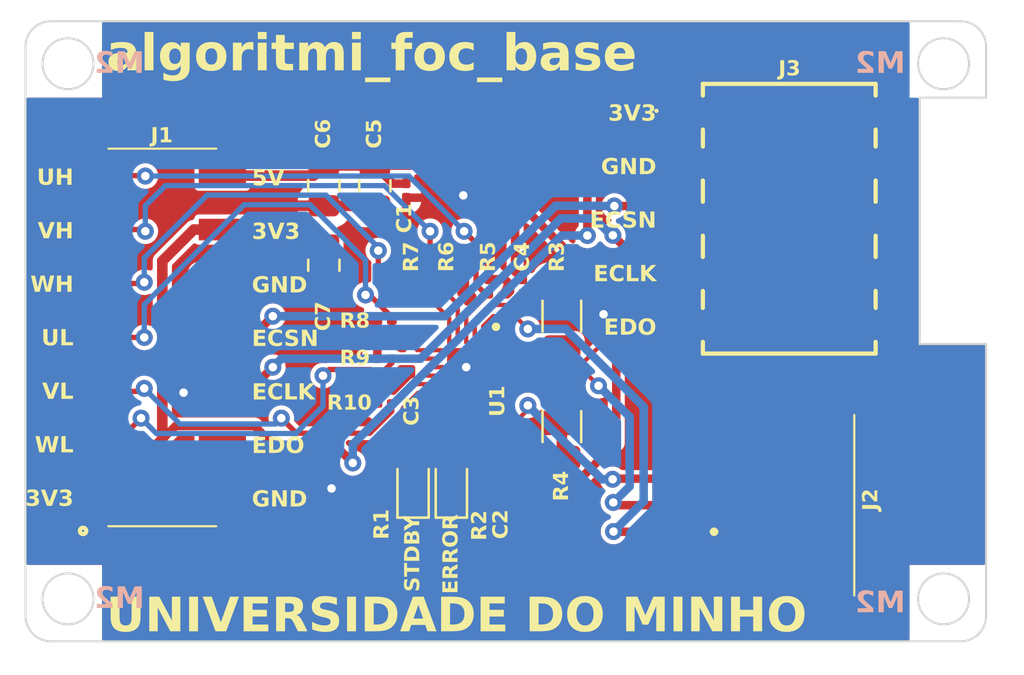
<source format=kicad_pcb>
(kicad_pcb (version 20240108) (generator "pcbnew") (generator_version "8.0")
  (title_block (title "ALGORITMI FOC SMARTKNOB") (date "2024-07-30") (rev "Andrés Motta") (company "Universidade do Minho"))
  (layers (0 "F.Cu" signal) (31 "B.Cu" signal) (34 "B.Paste" user) (35 "F.Paste" user) (36 "B.SilkS" user "B.Silkscreen") (37 "F.SilkS" user "F.Silkscreen") (38 "B.Mask" user) (39 "F.Mask" user) (44 "Edge.Cuts" user))
  (net 0 "")
  (net 1 "GND")
  (net 2 "Net-(U1-1.8VOUT)")
  (net 3 "Net-(D1-A)")
  (net 4 "VCP")
  (net 5 "+3.3V")
  (net 6 "Net-(D1-K)")
  (net 7 "Net-(D2-A)")
  (net 8 "Net-(D2-K)")
  (net 9 "U_OUT")
  (net 11 "V_OUT")
  (net 12 "W_OUT")
  (net 14 "VL")
  (net 15 "UL")
  (net 16 "WL")
  (net 17 "VH")
  (net 18 "E_CLK")
  (net 19 "E_DO")
  (net 20 "E_CSN")
  (net 21 "WH")
  (net 22 "UH")
  (net 23 "BRW")
  (net 24 "BRUV")
  (net 26 "+5V")
  (footprint "LED_SMD:LED_0603_1608Metric" (layer "F.Cu") (at 100.238 88.89 90)
    (property "Reference" "ERROR" (at -3.2 0 90) (layer "F.SilkS") (effects (font (size 0.7 0.7))))
    (property "Value" "ERROR" (hide yes))
    (fp_line (start 0.8 -0.735) (end -1.485 -0.735) (stroke (width 0.12)) (layer "F.SilkS"))
    (fp_line (start -1.485 -0.735) (end -1.485 0.735) (stroke (width 0.12)) (layer "F.SilkS"))
    (fp_line (start -1.485 0.735) (end 0.8 0.735) (stroke (width 0.12)) (layer "F.SilkS"))
    (pad "1" smd roundrect (at -0.7875 0 90) (size 0.875 0.95) (layers "F.Cu" "F.Paste" "F.Mask") (net 8 "Net-(D2-K)"))
    (pad "2" smd roundrect (at 0.7875 0 90) (size 0.875 0.95) (layers "F.Cu" "F.Paste" "F.Mask") (net 7 "Net-(D2-A)"))
  )
  (footprint "Capacitor_SMD:C_0201_0603Metric" (layer "F.Cu") (at 98.118 74.97 90)
    (property "Reference" "C1" (at -1.31 -0.06 90) (layer "F.SilkS") (effects (font (size 0.7 0.7))))
    (property "Value" "100nF 50V" (hide yes))
    (pad "1" smd roundrect (at -0.34 0 90) (size 0.46 0.4) (layers "F.Cu" "F.Mask") (net 1 "GND"))
    (pad "2" smd roundrect (at 0.34 0 90) (size 0.46 0.4) (layers "F.Cu" "F.Mask") (net 26 "+5V"))
  )
  (footprint "Resistor_SMD:R_0201_0603Metric" (layer "F.Cu") (at 100.038 79.485 -90)
    (property "Reference" "R6" (at -1.395 0 90) (layer "F.SilkS") (effects (font (size 0.7 0.7))))
    (property "Value" "100K" (hide yes))
    (pad "1" smd roundrect (at -0.34 0 270) (size 0.46 0.4) (layers "F.Cu" "F.Mask") (net 1 "GND"))
    (pad "2" smd roundrect (at 0.34 0 270) (size 0.46 0.4) (layers "F.Cu" "F.Mask") (net 17 "VH"))
  )
  (footprint "Capacitor_SMD:C_0805_2012Metric" (layer "F.Cu") (at 96.638 74.75 90)
    (property "Reference" "C5" (at 2.45 0 90) (layer "F.SilkS") (effects (font (size 0.7 0.7))))
    (property "Value" "10uF 25V" (hide yes))
    (fp_line (start -0.261252 -0.735) (end 0.261252 -0.735) (stroke (width 0.12)) (layer "F.SilkS"))
    (fp_line (start -0.261252 0.735) (end 0.261252 0.735) (stroke (width 0.12)) (layer "F.SilkS"))
    (pad "1" smd roundrect (at -0.95 0 90) (size 1 1.45) (layers "F.Cu" "F.Paste" "F.Mask") (net 1 "GND"))
    (pad "2" smd roundrect (at 0.95 0 90) (size 1 1.45) (layers "F.Cu" "F.Paste" "F.Mask") (net 26 "+5V"))
  )
  (footprint "SamacSys_Parts:SSM105LSH" (layer "F.Cu") (at 116.138 76.3 -90)
    (property "Reference" "J3" (at -7.04 -0.01 0) (layer "F.SilkS") (effects (font (size 0.7 0.7) (thickness 0.254))))
    (property "Value" "SSM-105-L-SH" (hide yes))
    (fp_line (start -5.08 6.3) (end -5.08 6.3) (stroke (width 0.1)) (layer "F.SilkS"))
    (fp_line (start -5.08 6.2) (end -5.08 6.2) (stroke (width 0.1)) (layer "F.SilkS"))
    (fp_line (start -6.35 4.065) (end -5.8 4.065) (stroke (width 0.2)) (layer "F.SilkS"))
    (fp_line (start -4.2 4.065) (end -3.4 4.065) (stroke (width 0.2)) (layer "F.SilkS"))
    (fp_line (start -1.8 4.065) (end -0.8 4.065) (stroke (width 0.2)) (layer "F.SilkS"))
    (fp_line (start 0.8 4.065) (end 1.8 4.065) (stroke (width 0.2)) (layer "F.SilkS"))
    (fp_line (start 3.4 4.065) (end 4.2 4.065) (stroke (width 0.2)) (layer "F.SilkS"))
    (fp_line (start 5.8 4.065) (end 6.35 4.065) (stroke (width 0.2)) (layer "F.SilkS"))
    (fp_line (start 6.35 4.065) (end 6.35 -4.065) (stroke (width 0.2)) (layer "F.SilkS"))
    (fp_line (start -6.35 -4.065) (end -6.35 4.065) (stroke (width 0.2)) (layer "F.SilkS"))
    (fp_line (start -5.8 -4.065) (end -6.35 -4.065) (stroke (width 0.2)) (layer "F.SilkS"))
    (fp_line (start -4.2 -4.065) (end -3.4 -4.065) (stroke (width 0.2)) (layer "F.SilkS"))
    (fp_line (start -1.8 -4.065) (end -0.8 -4.065) (stroke (width 0.2)) (layer "F.SilkS"))
    (fp_line (start 0.8 -4.065) (end 1.8 -4.065) (stroke (width 0.2)) (layer "F.SilkS"))
    (fp_line (start 3.4 -4.065) (end 4.2 -4.065) (stroke (width 0.2)) (layer "F.SilkS"))
    (fp_line (start 6.35 -4.065) (end 5.8 -4.065) (stroke (width 0.2)) (layer "F.SilkS"))
    (fp_arc (start -5.08 6.3) (mid -5.13 6.25) (end -5.08 6.2) (stroke (width 0.1)) (layer "F.SilkS"))
    (fp_arc (start -5.08 6.2) (mid -5.03 6.25) (end -5.08 6.3) (stroke (width 0.1)) (layer "F.SilkS"))
    (pad "A1" smd rect (at -5.08 4.912 270) (size 1.02 1.905) (layers "F.Cu" "F.Paste" "F.Mask") (net 5 "+3.3V"))
    (pad "A2" smd rect (at -2.54 4.912 270) (size 1.02 1.905) (layers "F.Cu" "F.Paste" "F.Mask") (net 1 "GND"))
    (pad "A3" smd rect (at 0 4.912 270) (size 1.02 1.905) (layers "F.Cu" "F.Paste" "F.Mask") (net 20 "E_CSN"))
    (pad "A4" smd rect (at 2.54 4.912 270) (size 1.02 1.905) (layers "F.Cu" "F.Paste" "F.Mask") (net 18 "E_CLK"))
    (pad "A5" smd rect (at 5.08 4.912 270) (size 1.02 1.905) (layers "F.Cu" "F.Paste" "F.Mask") (net 19 "E_DO"))
    (pad "B1" smd rect (at -5.08 -4.912 270) (size 1.02 1.905) (layers "F.Cu" "F.Paste" "F.Mask"))
    (pad "B2" smd rect (at -2.54 -4.912 270) (size 1.02 1.905) (layers "F.Cu" "F.Paste" "F.Mask"))
    (pad "B3" smd rect (at 0 -4.912 270) (size 1.02 1.905) (layers "F.Cu" "F.Paste" "F.Mask"))
    (pad "B4" smd rect (at 2.54 -4.912 270) (size 1.02 1.905) (layers "F.Cu" "F.Paste" "F.Mask"))
    (pad "B5" smd rect (at 5.08 -4.912 270) (size 1.02 1.905) (layers "F.Cu" "F.Paste" "F.Mask"))
  )
  (footprint "Resistor_SMD:R_0201_0603Metric" (layer "F.Cu") (at 98.438 79.48 -90)
    (property "Reference" "R7" (at -1.39 0.06 90) (layer "F.SilkS") (effects (font (size 0.7 0.7))))
    (property "Value" "100K" (hide yes))
    (pad "1" smd roundrect (at -0.34 0 270) (size 0.46 0.4) (layers "F.Cu" "F.Mask") (net 1 "GND"))
    (pad "2" smd roundrect (at 0.34 0 270) (size 0.46 0.4) (layers "F.Cu" "F.Mask") (net 21 "WH"))
  )
  (footprint "Capacitor_SMD:C_0201_0603Metric" (layer "F.Cu") (at 102.638 89.29 90)
    (property "Reference" "C2" (at -1.4 -0.05 90) (layer "F.SilkS") (effects (font (size 0.7 0.7))))
    (property "Value" "100nF 50V" (hide yes))
    (pad "1" smd roundrect (at -0.34 0 90) (size 0.46 0.4) (layers "F.Cu" "F.Mask") (net 1 "GND"))
    (pad "2" smd roundrect (at 0.34 0 90) (size 0.46 0.4) (layers "F.Cu" "F.Mask") (net 2 "Net-(U1-1.8VOUT)"))
  )
  (footprint "Resistor_SMD:R_0201_0603Metric" (layer "F.Cu") (at 97.098 85)
    (property "Reference" "R10" (at -1.66 0 0) (layer "F.SilkS") (effects (font (size 0.7 0.7))))
    (property "Value" "100K" (hide yes))
    (pad "1" smd roundrect (at -0.34 0) (size 0.46 0.4) (layers "F.Cu" "F.Mask") (net 1 "GND"))
    (pad "2" smd roundrect (at 0.34 0) (size 0.46 0.4) (layers "F.Cu" "F.Mask") (net 14 "VL"))
  )
  (footprint "LED_SMD:LED_0603_1608Metric" (layer "F.Cu") (at 98.438 88.89 90)
    (property "Reference" "STDBY" (at -3.1875 0 90) (layer "F.SilkS") (effects (font (size 0.7 0.7))))
    (property "Value" "STDBY" (hide yes))
    (fp_line (start 0.8 -0.735) (end -1.485 -0.735) (stroke (width 0.12)) (layer "F.SilkS"))
    (fp_line (start -1.485 -0.735) (end -1.485 0.735) (stroke (width 0.12)) (layer "F.SilkS"))
    (fp_line (start -1.485 0.735) (end 0.8 0.735) (stroke (width 0.12)) (layer "F.SilkS"))
    (pad "1" smd roundrect (at -0.7875 0 90) (size 0.875 0.95) (layers "F.Cu" "F.Paste" "F.Mask") (net 6 "Net-(D1-K)"))
    (pad "2" smd roundrect (at 0.7875 0 90) (size 0.875 0.95) (layers "F.Cu" "F.Paste" "F.Mask") (net 3 "Net-(D1-A)"))
  )
  (footprint "Resistor_SMD:R_0201_0603Metric" (layer "F.Cu") (at 97.038 89.29 -90)
    (property "Reference" "R1" (at 1.4 0.05 90) (layer "F.SilkS") (effects (font (size 0.7 0.7))))
    (property "Value" "300" (hide yes))
    (pad "1" smd roundrect (at -0.34 0 270) (size 0.46 0.4) (layers "F.Cu" "F.Mask") (net 1 "GND"))
    (pad "2" smd roundrect (at 0.34 0 270) (size 0.46 0.4) (layers "F.Cu" "F.Mask") (net 6 "Net-(D1-K)"))
  )
  (footprint "Capacitor_SMD:C_0201_0603Metric" (layer "F.Cu") (at 98.428 86.64 -90)
    (property "Reference" "C3" (at -1.29 0.03 90) (layer "F.SilkS") (effects (font (size 0.7 0.7))))
    (property "Value" "100nF 50V" (hide yes))
    (pad "1" smd roundrect (at -0.34 0 270) (size 0.46 0.4) (layers "F.Cu" "F.Mask") (net 1 "GND"))
    (pad "2" smd roundrect (at 0.34 0 270) (size 0.46 0.4) (layers "F.Cu" "F.Mask") (net 3 "Net-(D1-A)"))
  )
  (footprint "Resistor_SMD:R_0201_0603Metric" (layer "F.Cu") (at 97.098 82.89)
    (property "Reference" "R9" (at -1.4 0 0) (layer "F.SilkS") (effects (font (size 0.7 0.7))))
    (property "Value" "100K" (hide yes))
    (pad "1" smd roundrect (at -0.34 0) (size 0.46 0.4) (layers "F.Cu" "F.Mask") (net 1 "GND"))
    (pad "2" smd roundrect (at 0.34 0) (size 0.46 0.4) (layers "F.Cu" "F.Mask") (net 16 "WL"))
  )
  (footprint "Resistor_SMD:R_1206_3216Metric" (layer "F.Cu") (at 105.438 80.89 90)
    (property "Reference" "R3" (at 2.8 -0.2 90) (layer "F.SilkS") (effects (font (size 0.7 0.7))))
    (property "Value" "150m" (hide yes))
    (fp_line (start -0.727064 -0.91) (end 0.727064 -0.91) (stroke (width 0.12)) (layer "F.SilkS"))
    (fp_line (start -0.727064 0.91) (end 0.727064 0.91) (stroke (width 0.12)) (layer "F.SilkS"))
    (pad "1" smd roundrect (at -1.4625 0 90) (size 1.125 1.75) (layers "F.Cu" "F.Paste" "F.Mask") (roundrect_rratio 0.222222) (net 23 "BRW"))
    (pad "2" smd roundrect (at 1.4625 0 90) (size 1.125 1.75) (layers "F.Cu" "F.Paste" "F.Mask") (roundrect_rratio 0.222222) (net 1 "GND"))
  )
  (footprint "Capacitor_SMD:C_0805_2012Metric" (layer "F.Cu") (at 94.238 74.74 90)
    (property "Reference" "C6" (at 2.44 0 90) (layer "F.SilkS") (effects (font (size 0.7 0.7))))
    (property "Value" "4.7uF 25V" (hide yes))
    (fp_line (start -0.261252 -0.735) (end 0.261252 -0.735) (stroke (width 0.12)) (layer "F.SilkS"))
    (fp_line (start -0.261252 0.735) (end 0.261252 0.735) (stroke (width 0.12)) (layer "F.SilkS"))
    (pad "1" smd roundrect (at -0.95 0 90) (size 1 1.45) (layers "F.Cu" "F.Paste" "F.Mask") (net 1 "GND"))
    (pad "2" smd roundrect (at 0.95 0 90) (size 1 1.45) (layers "F.Cu" "F.Paste" "F.Mask") (net 26 "+5V"))
  )
  (footprint "Resistor_SMD:R_0201_0603Metric" (layer "F.Cu") (at 101.638 89.29 -90)
    (property "Reference" "R2" (at 1.45 0.05 90) (layer "F.SilkS") (effects (font (size 0.7 0.7))))
    (property "Value" "300" (hide yes))
    (pad "1" smd roundrect (at -0.34 0 270) (size 0.46 0.4) (layers "F.Cu" "F.Mask") (net 1 "GND"))
    (pad "2" smd roundrect (at 0.34 0 270) (size 0.46 0.4) (layers "F.Cu" "F.Mask") (net 8 "Net-(D2-K)"))
  )
  (footprint "Resistor_SMD:R_1206_3216Metric" (layer "F.Cu") (at 105.438 86.09 -90)
    (property "Reference" "R4" (at 2.8 0 90) (layer "F.SilkS") (effects (font (size 0.7 0.7))))
    (property "Value" "150m" (hide yes))
    (fp_line (start -0.727064 0.91) (end 0.727064 0.91) (stroke (width 0.12)) (layer "F.SilkS"))
    (fp_line (start -0.727064 -0.91) (end 0.727064 -0.91) (stroke (width 0.12)) (layer "F.SilkS"))
    (pad "1" smd roundrect (at -1.4625 0 270) (size 1.125 1.75) (layers "F.Cu" "F.Paste" "F.Mask") (roundrect_rratio 0.222222) (net 24 "BRUV"))
    (pad "2" smd roundrect (at 1.4625 0 270) (size 1.125 1.75) (layers "F.Cu" "F.Paste" "F.Mask") (roundrect_rratio 0.222222) (net 1 "GND"))
  )
  (footprint "Capacitor_SMD:C_0201_0603Metric" (layer "F.Cu") (at 103.6 79.49 -90)
    (property "Reference" "C4" (at -1.4 0 90) (layer "F.SilkS") (effects (font (size 0.7 0.7))))
    (property "Value" "100nF 50V" (hide yes))
    (pad "1" smd roundrect (at -0.34 0 270) (size 0.46 0.4) (layers "F.Cu" "F.Mask") (net 26 "+5V"))
    (pad "2" smd roundrect (at 0.34 0 270) (size 0.46 0.4) (layers "F.Cu" "F.Mask") (net 4 "VCP"))
  )
  (footprint "SamacSys_Parts:SSM-107-XXX-DV-P-TR" (layer "F.Cu") (at 86.638 81.89 -90)
    (property "Reference" "J1" (at -9.48 0.025 0) (layer "F.SilkS") (effects (font (size 0.7 0.7) (thickness 0.175))))
    (property "Value" "SSM-107-L-DV-P-TR" (hide yes))
    (fp_line (start -8.89 2.54) (end -8.89 -2.54) (stroke (width 0.1)) (layer "F.SilkS"))
    (fp_line (start 8.89 -2.54) (end 8.89 2.54) (stroke (width 0.1)) (layer "F.SilkS"))
    (fp_circle (center 9.11 3.73) (end 9.11 3.78) (stroke (width 0.2)) (fill none) (layer "F.SilkS"))
    (pad "1" smd rect (at 7.62 2.825 270) (size 1.02 2.22) (layers "F.Cu" "F.Paste" "F.Mask") (net 5 "+3.3V"))
    (pad "2" smd rect (at 7.62 -2.825 270) (size 1.02 2.22) (layers "F.Cu" "F.Paste" "F.Mask") (net 1 "GND"))
    (pad "3" smd rect (at 5.08 2.825 270) (size 1.02 2.22) (layers "F.Cu" "F.Paste" "F.Mask") (net 16 "WL"))
    (pad "4" smd rect (at 5.08 -2.825 270) (size 1.02 2.22) (layers "F.Cu" "F.Paste" "F.Mask") (net 19 "E_DO"))
    (pad "5" smd rect (at 2.54 2.825 270) (size 1.02 2.22) (layers "F.Cu" "F.Paste" "F.Mask") (net 14 "VL"))
    (pad "6" smd rect (at 2.54 -2.825 270) (size 1.02 2.22) (layers "F.Cu" "F.Paste" "F.Mask") (net 18 "E_CLK"))
    (pad "7" smd rect (at 0 2.825 270) (size 1.02 2.22) (layers "F.Cu" "F.Paste" "F.Mask") (net 15 "UL"))
    (pad "8" smd rect (at 0 -2.825 270) (size 1.02 2.22) (layers "F.Cu" "F.Paste" "F.Mask") (net 20 "E_CSN"))
    (pad "9" smd rect (at -2.54 2.825 270) (size 1.02 2.22) (layers "F.Cu" "F.Paste" "F.Mask") (net 21 "WH"))
    (pad "10" smd rect (at -2.54 -2.825 270) (size 1.02 2.22) (layers "F.Cu" "F.Paste" "F.Mask") (net 1 "GND"))
    (pad "11" smd rect (at -5.08 2.825 270) (size 1.02 2.22) (layers "F.Cu" "F.Paste" "F.Mask") (net 17 "VH"))
    (pad "12" smd rect (at -5.08 -2.825 270) (size 1.02 2.22) (layers "F.Cu" "F.Paste" "F.Mask") (net 5 "+3.3V"))
    (pad "13" smd rect (at -7.62 2.825 270) (size 1.02 2.22) (layers "F.Cu" "F.Paste" "F.Mask") (net 22 "UH"))
    (pad "14" smd rect (at -7.62 -2.825 270) (size 1.02 2.22) (layers "F.Cu" "F.Paste" "F.Mask") (net 26 "+5V"))
  )
  (footprint "SamacSys_Parts:532610371" (layer "F.Cu") (at 117.098 89.79 90)
    (property "Reference" "J2" (at 0.26 2.89 90) (layer "F.SilkS") (effects (font (size 0.7 0.7) (thickness 0.254))))
    (property "Value" "53261-0371" (hide yes))
    (fp_line (start -1.25 -4.6) (end -1.25 -4.6) (stroke (width 0.2)) (layer "F.SilkS"))
    (fp_line (start -1.25 -4.4) (end -1.25 -4.4) (stroke (width 0.2)) (layer "F.SilkS"))
    (fp_line (start -4.25 2.1) (end 4.25 2.1) (stroke (width 0.1)) (layer "F.SilkS"))
    (fp_arc (start -1.25 -4.6) (mid -1.15 -4.5) (end -1.25 -4.4) (stroke (width 0.2)) (layer "F.SilkS"))
    (fp_arc (start -1.25 -4.4) (mid -1.35 -4.5) (end -1.25 -4.6) (stroke (width 0.2)) (layer "F.SilkS"))
    (pad "1" smd rect (at -1.25 -2.9 90) (size 0.8 1.6) (layers "F.Cu" "F.Paste" "F.Mask") (net 12 "W_OUT"))
    (pad "2" smd rect (at 0 -2.9 90) (size 0.8 1.6) (layers "F.Cu" "F.Paste" "F.Mask") (net 11 "V_OUT"))
    (pad "3" smd rect (at 1.25 -2.9 90) (size 0.8 1.6) (layers "F.Cu" "F.Paste" "F.Mask") (net 9 "U_OUT"))
    (pad "MP1" smd rect (at -3.8 0 90) (size 2.1 3) (layers "F.Cu" "F.Paste" "F.Mask"))
    (pad "MP2" smd rect (at 3.8 0 90) (size 2.1 3) (layers "F.Cu" "F.Paste" "F.Mask"))
  )
  (footprint "Resistor_SMD:R_0201_0603Metric" (layer "F.Cu") (at 97.098 81.09)
    (property "Reference" "R8" (at -1.4 0.05 0) (layer "F.SilkS") (effects (font (size 0.7 0.7))))
    (property "Value" "100K" (hide yes))
    (pad "1" smd roundrect (at -0.34 0) (size 0.46 0.4) (layers "F.Cu" "F.Mask") (net 1 "GND"))
    (pad "2" smd roundrect (at 0.34 0) (size 0.46 0.4) (layers "F.Cu" "F.Mask") (net 15 "UL"))
  )
  (footprint "Resistor_SMD:R_0201_0603Metric" (layer "F.Cu") (at 102 79.49 -90)
    (property "Reference" "R5" (at -1.4 0 90) (layer "F.SilkS") (effects (font (size 0.7 0.7))))
    (property "Value" "100K" (hide yes))
    (pad "1" smd roundrect (at -0.34 0 270) (size 0.46 0.4) (layers "F.Cu" "F.Mask") (net 1 "GND"))
    (pad "2" smd roundrect (at 0.34 0 270) (size 0.46 0.4) (layers "F.Cu" "F.Mask") (net 22 "UH"))
  )
  (footprint "Capacitor_SMD:C_0805_2012Metric" (layer "F.Cu") (at 94.238 78.49 90)
    (property "Reference" "C7" (at -2.4 0 90) (layer "F.SilkS") (effects (font (size 0.7 0.7))))
    (property "Value" "4.7uF 25V" (hide yes))
    (fp_line (start -0.261252 -0.735) (end 0.261252 -0.735) (stroke (width 0.12)) (layer "F.SilkS"))
    (fp_line (start -0.261252 0.735) (end 0.261252 0.735) (stroke (width 0.12)) (layer "F.SilkS"))
    (pad "1" smd roundrect (at -0.95 0 90) (size 1 1.45) (layers "F.Cu" "F.Paste" "F.Mask") (net 1 "GND"))
    (pad "2" smd roundrect (at 0.95 0 90) (size 1 1.45) (layers "F.Cu" "F.Paste" "F.Mask") (net 5 "+3.3V"))
  )
  (footprint "SamacSys_Parts:QFN40P300X300X90-21N" (layer "F.Cu") (at 100.938 83.29 -90)
    (property "Reference" "U1" (at 1.6 -1.5 90) (layer "F.SilkS") (effects (font (size 0.7 0.7) (thickness 0.254))))
    (property "Value" "TMC6300-LA-T" (hide yes))
    (fp_circle (center -1.9 -1.4) (end -1.9 -1.3) (stroke (width 0.2)) (fill none) (layer "F.SilkS"))
    (pad "1" smd rect (at -1.5 -0.8) (size 0.2 0.8) (layers "F.Cu" "F.Paste" "F.Mask") (net 12 "W_OUT"))
    (pad "2" smd rect (at -1.5 -0.4) (size 0.2 0.8) (layers "F.Cu" "F.Paste" "F.Mask") (net 4 "VCP"))
    (pad "3" smd rect (at -1.5 0) (size 0.2 0.8) (layers "F.Cu" "F.Paste" "F.Mask") (net 22 "UH"))
    (pad "4" smd rect (at -1.5 0.4) (size 0.2 0.8) (layers "F.Cu" "F.Paste" "F.Mask") (net 17 "VH"))
    (pad "5" smd rect (at -1.5 0.8) (size 0.2 0.8) (layers "F.Cu" "F.Paste" "F.Mask") (net 21 "WH"))
    (pad "6" smd rect (at -0.8 1.5 270) (size 0.2 0.8) (layers "F.Cu" "F.Paste" "F.Mask") (net 15 "UL"))
    (pad "7" smd rect (at -0.4 1.5 270) (size 0.2 0.8) (layers "F.Cu" "F.Paste" "F.Mask") (net 16 "WL"))
    (pad "8" smd rect (at 0 1.5 270) (size 0.2 0.8) (layers "F.Cu" "F.Paste" "F.Mask") (net 1 "GND"))
    (pad "9" smd rect (at 0.4 1.5 270) (size 0.2 0.8) (layers "F.Cu" "F.Paste" "F.Mask") (net 1 "GND"))
    (pad "10" smd rect (at 0.8 1.5 270) (size 0.2 0.8) (layers "F.Cu" "F.Paste" "F.Mask") (net 14 "VL"))
    (pad "11" smd rect (at 1.5 0.8) (size 0.2 0.8) (layers "F.Cu" "F.Paste" "F.Mask") (net 3 "Net-(D1-A)"))
    (pad "12" smd rect (at 1.5 0.4) (size 0.2 0.8) (layers "F.Cu" "F.Paste" "F.Mask") (net 7 "Net-(D2-A)"))
    (pad "13" smd rect (at 1.5 0) (size 0.2 0.8) (layers "F.Cu" "F.Paste" "F.Mask") (net 2 "Net-(U1-1.8VOUT)"))
    (pad "14" smd rect (at 1.5 -0.4) (size 0.2 0.8) (layers "F.Cu" "F.Paste" "F.Mask") (net 1 "GND"))
    (pad "15" smd rect (at 1.5 -0.8) (size 0.2 0.8) (layers "F.Cu" "F.Paste" "F.Mask") (net 9 "U_OUT"))
    (pad "16" smd rect (at 0.8 -1.5 270) (size 0.2 0.8) (layers "F.Cu" "F.Paste" "F.Mask") (net 24 "BRUV"))
    (pad "17" smd rect (at 0.4 -1.5 270) (size 0.2 0.8) (layers "F.Cu" "F.Paste" "F.Mask") (net 11 "V_OUT"))
    (pad "18" smd rect (at 0 -1.5 270) (size 0.2 0.8) (layers "F.Cu" "F.Paste" "F.Mask") (net 26 "+5V"))
    (pad "19" smd rect (at -0.4 -1.5 270) (size 0.2 0.8) (layers "F.Cu" "F.Paste" "F.Mask"))
    (pad "20" smd rect (at -0.8 -1.5 270) (size 0.2 0.8) (layers "F.Cu" "F.Paste" "F.Mask") (net 23 "BRW"))
    (pad "21" smd rect (at 0 0 270) (size 1.8 1.8) (layers "F.Cu" "F.Paste" "F.Mask") (net 1 "GND"))
  )
  (gr_line (start 81.4 96.2) (end 124.2 96.2) (stroke (width 0.1)) (layer "Edge.Cuts"))
  (gr_line (start 122.275 70.6) (end 125.4 70.6) (stroke (width 0.1)) (layer "Edge.Cuts"))
  (gr_circle (center 123.4 69) (end 124.6 69) (stroke (width 0.1)) (fill none) (layer "Edge.Cuts"))
  (gr_line (start 122.275 82.2) (end 122.275 70.6) (stroke (width 0.1)) (layer "Edge.Cuts"))
  (gr_arc (start 80.2 68.2) (mid 80.551472 67.351472) (end 81.4 67) (stroke (width 0.1)) (layer "Edge.Cuts"))
  (gr_circle (center 82.2 69) (end 83.4 69) (stroke (width 0.1)) (fill none) (layer "Edge.Cuts"))
  (gr_line (start 125.4 95) (end 125.4 82.2) (stroke (width 0.1)) (layer "Edge.Cuts"))
  (gr_line (start 80.2 68.2) (end 80.2 95) (stroke (width 0.1)) (layer "Edge.Cuts"))
  (gr_line (start 125.4 70.6) (end 125.4 68.2) (stroke (width 0.1)) (layer "Edge.Cuts"))
  (gr_arc (start 81.4 96.2) (mid 80.551472 95.848528) (end 80.2 95) (stroke (width 0.1)) (layer "Edge.Cuts"))
  (gr_circle (center 123.4 94.2) (end 124.6 94.2) (stroke (width 0.1)) (fill none) (layer "Edge.Cuts"))
  (gr_line (start 125.4 82.2) (end 122.275 82.2) (stroke (width 0.1)) (layer "Edge.Cuts"))
  (gr_circle (center 82.2 94.2) (end 83.4 94.2) (stroke (width 0.1)) (fill none) (layer "Edge.Cuts"))
  (gr_line (start 124.2 67) (end 81.4 67) (stroke (width 0.1)) (layer "Edge.Cuts"))
  (gr_arc (start 125.4 95) (mid 125.048528 95.848528) (end 124.2 96.2) (stroke (width 0.1)) (layer "Edge.Cuts"))
  (gr_arc (start 124.2 67) (mid 125.048528 67.351472) (end 125.4 68.2) (stroke (width 0.1)) (layer "Edge.Cuts"))
  (gr_text "M2" (at 121.6 69.6 0) (layer "B.SilkS") (effects (font (size 1 1) (thickness 0.15) (bold yes)) (justify left bottom mirror)))
  (gr_text "M2" (at 121.6 95 0) (layer "B.SilkS") (effects (font (size 1 1) (thickness 0.15) (bold yes)) (justify left bottom mirror)))
  (gr_text "M2" (at 85.8 69.6 0) (layer "B.SilkS") (effects (font (size 1 1) (thickness 0.15) (bold yes)) (justify left bottom mirror)))
  (gr_text "M2" (at 85.8 94.8 0) (layer "B.SilkS") (effects (font (size 1 1) (thickness 0.15) (bold yes)) (justify left bottom mirror)))
  (gr_text "5V\n\n3V3\n\nGND\n\nECSN\n\nECLK\n\nEDO\n\nGND" (at 90.848 81.98 0) (layer "F.SilkS") (effects (font (size 0.75 0.75)) (justify left)))
  (gr_text "3V3\n\nGND\n\nECSN\n\nECLK\n\nEDO" (at 109.888 76.41 0) (layer "F.SilkS") (effects (font (size 0.75 0.75)) (justify right)))
  (gr_text "UH\n\nVH\n\nWH\n\nUL\n\nVL\n\nWL\n\n3V3" (at 82.463 81.95 0) (layer "F.SilkS") (effects (font (size 0.75 0.75)) (justify right)))
  (gr_text "algoritmi_foc_base" (at 84 69.6 0) (layer "F.SilkS") (effects (font (size 1.7 1.7) (thickness 0.2) (bold yes)) (justify left bottom)))
  (gr_text "UNIVERSIDADE DO MINHO" (at 84 96 0) (layer "F.SilkS") (effects (font (size 1.6 1.6) (thickness 0.2) (bold yes)) (justify left bottom)))
  (segment (start 100.538 83.69) (end 100.938 83.29) (width 0.2) (layer "F.Cu") (net 1))
  (segment (start 101.338 84.79) (end 101.338 83.69) (width 0.2) (layer "F.Cu") (net 1))
  (segment (start 99.438 83.29) (end 100.938 83.29) (width 0.2) (layer "F.Cu") (net 1))
  (segment (start 101.338 83.69) (end 100.938 83.29) (width 0.2) (layer "F.Cu") (net 1))
  (segment (start 99.438 83.69) (end 100.538 83.69) (width 0.2) (layer "F.Cu") (net 1))
  (via (at 107.4 80.8) (size 0.8) (drill 0.4) (layers "F.Cu" "B.Cu") (net 1))
  (via (at 100.8 75.2) (size 0.8) (drill 0.4) (layers "F.Cu" "B.Cu") (net 1))
  (via (at 94.6 89) (size 0.8) (drill 0.4) (layers "F.Cu" "B.Cu") (net 1))
  (via (at 87.638 84.49) (size 0.8) (drill 0.4) (layers "F.Cu" "B.Cu") (net 1))
  (via (at 100.938 83.29) (size 0.8) (drill 0.4) (layers "F.Cu" "B.Cu") (net 1))
  (segment (start 102.638 88.49) (end 102.638 88.95) (width 0.2) (layer "F.Cu") (net 2))
  (segment (start 100.938 84.79) (end 100.938 86.79) (width 0.2) (layer "F.Cu") (net 2))
  (segment (start 100.938 86.79) (end 102.638 88.49) (width 0.2) (layer "F.Cu") (net 2))
  (segment (start 99.463 85.465) (end 100.138 84.79) (width 0.2) (layer "F.Cu") (net 3))
  (segment (start 99.463 87.737) (end 99.463 85.465) (width 0.2) (layer "F.Cu") (net 3))
  (segment (start 99.0975 88.1025) (end 99.463 87.737) (width 0.2) (layer "F.Cu") (net 3))
  (segment (start 98.438 88.1025) (end 99.0975 88.1025) (width 0.2) (layer "F.Cu") (net 3))
  (segment (start 98.428 86.98) (end 98.428 88.0925) (width 0.4) (layer "F.Cu") (net 3))
  (segment (start 98.428 88.0925) (end 98.438 88.1025) (width 0.4) (layer "F.Cu") (net 3))
  (segment (start 101.338 81.19) (end 102.168 80.36) (width 0.2) (layer "F.Cu") (net 4))
  (segment (start 101.338 81.79) (end 101.338 81.19) (width 0.2) (layer "F.Cu") (net 4))
  (segment (start 103.07 80.36) (end 103.6 79.83) (width 0.2) (layer "F.Cu") (net 4))
  (segment (start 102.168 80.36) (end 103.07 80.36) (width 0.2) (layer "F.Cu") (net 4))
  (segment (start 92.113 87.2) (end 90.973 86.06) (width 0.4) (layer "F.Cu") (net 5))
  (segment (start 106.638 73.57) (end 108.988 71.22) (width 0.4) (layer "F.Cu") (net 5))
  (segment (start 92.088 77.54) (end 94.238 77.54) (width 0.5) (layer "F.Cu") (net 5))
  (segment (start 95 87.2) (end 92.113 87.2) (width 0.4) (layer "F.Cu") (net 5))
  (segment (start 91.358 76.81) (end 92.088 77.54) (width 0.5) (layer "F.Cu") (net 5))
  (segment (start 89.463 76.81) (end 91.358 76.81) (width 0.5) (layer "F.Cu") (net 5))
  (segment (start 87.263 86.06) (end 83.813 89.51) (width 0.4) (layer "F.Cu") (net 5))
  (segment (start 95.6 87.8) (end 95 87.2) (width 0.4) (layer "F.Cu") (net 5))
  (segment (start 89.463 76.81) (end 88.118 76.81) (width 0.5) (layer "F.Cu") (net 5))
  (segment (start 86.638 78.29) (end 86.638 86.685) (width 0.5) (layer "F.Cu") (net 5))
  (segment (start 106.638 77.09) (end 106.638 73.57) (width 0.4) (layer "F.Cu") (net 5))
  (segment (start 88.118 76.81) (end 86.638 78.29) (width 0.5) (layer "F.Cu") (net 5))
  (segment (start 90.973 86.06) (end 87.263 86.06) (width 0.4) (layer "F.Cu") (net 5))
  (segment (start 108.988 71.22) (end 111.226 71.22) (width 0.4) (layer "F.Cu") (net 5))
  (segment (start 86.638 86.685) (end 83.813 89.51) (width 0.5) (layer "F.Cu") (net 5))
  (via (at 106.638 77.09) (size 0.8) (drill 0.4) (layers "F.Cu" "B.Cu") (net 5))
  (via (at 95.6 87.8) (size 0.8) (drill 0.4) (layers "F.Cu" "B.Cu") (net 5))
  (segment (start 95.6 86.928) (end 105.438 77.09) (width 0.4) (layer "B.Cu") (net 5))
  (segment (start 105.438 77.09) (end 106.638 77.09) (width 0.4) (layer "B.Cu") (net 5))
  (segment (start 95.6 87.8) (end 95.6 86.928) (width 0.4) (layer "B.Cu") (net 5))
  (segment (start 98.3905 89.63) (end 98.438 89.6775) (width 0.25) (layer "F.Cu") (net 6))
  (segment (start 97.038 89.63) (end 98.3905 89.63) (width 0.25) (layer "F.Cu") (net 6))
  (segment (start 100.538 84.79) (end 100.538 86.624314) (width 0.2) (layer "F.Cu") (net 7))
  (segment (start 100.238 86.924314) (end 100.238 88.1025) (width 0.2) (layer "F.Cu") (net 7))
  (segment (start 100.538 86.624314) (end 100.238 86.924314) (width 0.2) (layer "F.Cu") (net 7))
  (segment (start 100.2855 89.63) (end 100.238 89.6775) (width 0.25) (layer "F.Cu") (net 8))
  (segment (start 101.638 89.63) (end 100.2855 89.63) (width 0.25) (layer "F.Cu") (net 8))
  (segment (start 103.238 85.89) (end 102.238 85.89) (width 0.2) (layer "F.Cu") (net 9))
  (segment (start 103.838 85.09) (end 103.838 85.29) (width 0.2) (layer "F.Cu") (net 9))
  (segment (start 107.858 88.54) (end 114.198 88.54) (width 0.4) (layer "F.Cu") (net 9))
  (segment (start 102.238 85.89) (end 101.738 85.39) (width 0.2) (layer "F.Cu") (net 9))
  (segment (start 101.738 85.39) (end 101.738 84.79) (width 0.2) (layer "F.Cu") (net 9))
  (segment (start 107.828 88.57) (end 107.858 88.54) (width 0.4) (layer "F.Cu") (net 9))
  (segment (start 103.838 85.29) (end 103.238 85.89) (width 0.2) (layer "F.Cu") (net 9))
  (via (at 103.838 85.09) (size 0.8) (drill 0.4) (layers "F.Cu" "B.Cu") (net 9))
  (via (at 107.828 88.57) (size 0.8) (drill 0.4) (layers "F.Cu" "B.Cu") (net 9))
  (segment (start 103.838 85.09) (end 107.318 88.57) (width 0.4) (layer "B.Cu") (net 9))
  (segment (start 107.318 88.57) (end 107.828 88.57) (width 0.4) (layer "B.Cu") (net 9))
  (segment (start 107.858 89.66) (end 107.988 89.79) (width 0.4) (layer "F.Cu") (net 11))
  (segment (start 107.988 89.79) (end 114.198 89.79) (width 0.4) (layer "F.Cu") (net 11))
  (segment (start 107.163 84.165) (end 106.688 83.69) (width 0.2) (layer "F.Cu") (net 11))
  (segment (start 106.688 83.69) (end 102.438 83.69) (width 0.2) (layer "F.Cu") (net 11))
  (via (at 107.858 89.66) (size 0.8) (drill 0.4) (layers "F.Cu" "B.Cu") (net 11))
  (via (at 107.163 84.165) (size 0.8) (drill 0.4) (layers "F.Cu" "B.Cu") (net 11))
  (segment (start 107.869371 89.66) (end 108.628 88.901371) (width 0.4) (layer "B.Cu") (net 11))
  (segment (start 108.628 85.63) (end 107.163 84.165) (width 0.4) (layer "B.Cu") (net 11))
  (segment (start 108.628 88.901371) (end 108.628 85.63) (width 0.4) (layer "B.Cu") (net 11))
  (segment (start 107.858 89.66) (end 107.869371 89.66) (width 0.4) (layer "B.Cu") (net 11))
  (segment (start 103.838 81.49) (end 103.238 80.89) (width 0.2) (layer "F.Cu") (net 12))
  (segment (start 101.738 81.355686) (end 101.738 81.79) (width 0.2) (layer "F.Cu") (net 12))
  (segment (start 107.868 91.03) (end 107.878 91.04) (width 0.4) (layer "F.Cu") (net 12))
  (segment (start 102.203686 80.89) (end 101.738 81.355686) (width 0.2) (layer "F.Cu") (net 12))
  (segment (start 107.878 91.04) (end 114.198 91.04) (width 0.4) (layer "F.Cu") (net 12))
  (segment (start 103.238 80.89) (end 102.203686 80.89) (width 0.2) (layer "F.Cu") (net 12))
  (via (at 107.868 91.03) (size 0.8) (drill 0.4) (layers "F.Cu" "B.Cu") (net 12))
  (via (at 103.838 81.49) (size 0.8) (drill 0.4) (layers "F.Cu" "B.Cu") (net 12))
  (segment (start 109.288 85.158629) (end 109.288 89.61) (width 0.4) (layer "B.Cu") (net 12))
  (segment (start 109.288 89.61) (end 107.868 91.03) (width 0.4) (layer "B.Cu") (net 12))
  (segment (start 105.619371 81.49) (end 109.288 85.158629) (width 0.4) (layer "B.Cu") (net 12))
  (segment (start 103.838 81.49) (end 105.619371 81.49) (width 0.4) (layer "B.Cu") (net 12))
  (segment (start 92.948 86.4) (end 92.238 85.69) (width 0.25) (layer "F.Cu") (net 14))
  (segment (start 96.4 86.4) (end 92.948 86.4) (width 0.25) (layer "F.Cu") (net 14))
  (segment (start 97.438 85.362) (end 96.4 86.4) (width 0.25) (layer "F.Cu") (net 14))
  (segment (start 85.648 84.43) (end 85.788 84.29) (width 0.25) (layer "F.Cu") (net 14))
  (segment (start 97.438 85) (end 97.438 85.362) (width 0.25) (layer "F.Cu") (net 14))
  (segment (start 97.6 85) (end 98.51 84.09) (width 0.2) (layer "F.Cu") (net 14))
  (segment (start 97.438 85) (end 97.6 85) (width 0.2) (layer "F.Cu") (net 14))
  (segment (start 98.51 84.09) (end 99.438 84.09) (width 0.2) (layer "F.Cu") (net 14))
  (segment (start 83.813 84.43) (end 85.648 84.43) (width 0.25) (layer "F.Cu") (net 14))
  (via (at 92.238 85.69) (size 0.8) (drill 0.4) (layers "F.Cu" "B.Cu") (net 14))
  (via (at 85.788 84.29) (size 0.8) (drill 0.4) (layers "F.Cu" "B.Cu") (net 14))
  (segment (start 91.963 85.965) (end 87.463 85.965) (width 0.25) (layer "B.Cu") (net 14))
  (segment (start 92.238 85.69) (end 91.963 85.965) (width 0.25) (layer "B.Cu") (net 14))
  (segment (start 87.463 85.965) (end 85.788 84.29) (width 0.25) (layer "B.Cu") (net 14))
  (segment (start 97.438 81.09) (end 97.438 81.29) (width 0.2) (layer "F.Cu") (net 15))
  (segment (start 97.438 80.936188) (end 97.438 81.09) (width 0.25) (layer "F.Cu") (net 15))
  (segment (start 96.391812 79.89) (end 97.438 80.936188) (width 0.25) (layer "F.Cu") (net 15))
  (segment (start 98.638 82.49) (end 99.438 82.49) (width 0.2) (layer "F.Cu") (net 15))
  (segment (start 83.813 81.89) (end 85.788 81.89) (width 0.25) (layer "F.Cu") (net 15))
  (segment (start 97.438 81.29) (end 98.638 82.49) (width 0.2) (layer "F.Cu") (net 15))
  (segment (start 96.2 79.89) (end 96.391812 79.89) (width 0.25) (layer "F.Cu") (net 15))
  (via (at 96.2 79.89) (size 0.8) (drill 0.4) (layers "F.Cu" "B.Cu") (net 15))
  (via (at 85.788 81.89) (size 0.8) (drill 0.4) (layers "F.Cu" "B.Cu") (net 15))
  (segment (start 85.788 80.34) (end 85.788 81.89) (width 0.25) (layer "B.Cu") (net 15))
  (segment (start 96.2 79.89) (end 96.2 78.252) (width 0.25) (layer "B.Cu") (net 15))
  (segment (start 90.488 75.64) (end 85.788 80.34) (width 0.25) (layer "B.Cu") (net 15))
  (segment (start 93.588 75.64) (end 90.488 75.64) (width 0.25) (layer "B.Cu") (net 15))
  (segment (start 96.2 78.252) (end 93.588 75.64) (width 0.25) (layer "B.Cu") (net 15))
  (segment (start 97.438 82.89) (end 99.438 82.89) (width 0.2) (layer "F.Cu") (net 16))
  (segment (start 94.2 83.69) (end 94.49 83.4) (width 0.25) (layer "F.Cu") (net 16))
  (segment (start 97.438 83.089999) (end 97.438 82.89) (width 0.25) (layer "F.Cu") (net 16))
  (segment (start 83.813 86.97) (end 84.358 86.97) (width 0.25) (layer "F.Cu") (net 16))
  (segment (start 97.112999 83.415) (end 97.438 83.089999) (width 0.25) (layer "F.Cu") (net 16))
  (segment (start 96.434188 83.4) (end 96.449188 83.415) (width 0.25) (layer "F.Cu") (net 16))
  (segment (start 94.49 83.4) (end 96.434188 83.4) (width 0.25) (layer "F.Cu") (net 16))
  (segment (start 84.358 86.97) (end 85.638 85.69) (width 0.25) (layer "F.Cu") (net 16))
  (segment (start 96.449188 83.415) (end 97.112999 83.415) (width 0.25) (layer "F.Cu") (net 16))
  (via (at 94.2 83.69) (size 0.8) (drill 0.4) (layers "F.Cu" "B.Cu") (net 16))
  (via (at 85.638 85.69) (size 0.8) (drill 0.4) (layers "F.Cu" "B.Cu") (net 16))
  (segment (start 86.363 86.415) (end 85.638 85.69) (width 0.25) (layer "B.Cu") (net 16))
  (segment (start 92.913 86.415) (end 86.363 86.415) (width 0.25) (layer "B.Cu") (net 16))
  (segment (start 94.2 83.69) (end 94.2 85.128) (width 0.25) (layer "B.Cu") (net 16))
  (segment (start 94.2 85.128) (end 92.913 86.415) (width 0.25) (layer "B.Cu") (net 16))
  (segment (start 85.758 76.81) (end 85.838 76.89) (width 0.25) (layer "F.Cu") (net 17))
  (segment (start 99.238 76.89) (end 99.238 79.224999) (width 0.25) (layer "F.Cu") (net 17))
  (segment (start 100.038 79.825) (end 100.538 80.325) (width 0.2) (layer "F.Cu") (net 17))
  (segment (start 100.538 80.325) (end 100.538 81.79) (width 0.2) (layer "F.Cu") (net 17))
  (segment (start 83.813 76.81) (end 85.758 76.81) (width 0.25) (layer "F.Cu") (net 17))
  (segment (start 99.838001 79.825) (end 100.038 79.825) (width 0.25) (layer "F.Cu") (net 17))
  (segment (start 99.238 79.224999) (end 99.838001 79.825) (width 0.25) (layer "F.Cu") (net 17))
  (via (at 99.238 76.89) (size 0.8) (drill 0.4) (layers "F.Cu" "B.Cu") (net 17))
  (via (at 85.838 76.89) (size 0.8) (drill 0.4) (layers "F.Cu" "B.Cu") (net 17))
  (segment (start 85.838 76.89) (end 85.838 75.69) (width 0.25) (layer "B.Cu") (net 17))
  (segment (start 85.838 75.69) (end 86.788 74.74) (width 0.25) (layer "B.Cu") (net 17))
  (segment (start 97.088 74.74) (end 99.238 76.89) (width 0.25) (layer "B.Cu") (net 17))
  (segment (start 86.788 74.74) (end 97.088 74.74) (width 0.25) (layer "B.Cu") (net 17))
  (segment (start 107.838 77.08) (end 109.598 78.84) (width 0.4) (layer "F.Cu") (net 18))
  (segment (start 109.598 78.84) (end 111.226 78.84) (width 0.4) (layer "F.Cu") (net 18))
  (segment (start 90.698 84.43) (end 91.838 83.29) (width 0.4) (layer "F.Cu") (net 18))
  (segment (start 89.463 84.43) (end 90.698 84.43) (width 0.4) (layer "F.Cu") (net 18))
  (via (at 91.838 83.29) (size 0.8) (drill 0.4) (layers "F.Cu" "B.Cu") (net 18))
  (via (at 107.838 77.08) (size 0.8) (drill 0.4) (layers "F.Cu" "B.Cu") (net 18))
  (segment (start 98.789472 82.89) (end 92.238 82.89) (width 0.4) (layer "B.Cu") (net 18))
  (segment (start 107.838 77.08) (end 107.759371 77.08) (width 0.4) (layer "B.Cu") (net 18))
  (segment (start 107.759371 77.08) (end 106.969371 76.29) (width 0.4) (layer "B.Cu") (net 18))
  (segment (start 106.969371 76.29) (end 105.389472 76.29) (width 0.4) (layer "B.Cu") (net 18))
  (segment (start 92.238 82.89) (end 91.838 83.29) (width 0.4) (layer "B.Cu") (net 18))
  (segment (start 105.389472 76.29) (end 98.789472 82.89) (width 0.4) (layer "B.Cu") (net 18))
  (segment (start 107.998 86.856166) (end 107.998 82.41) (width 0.4) (layer "F.Cu") (net 19))
  (segment (start 89.463 86.97) (end 90.858 86.97) (width 0.4) (layer "F.Cu") (net 19))
  (segment (start 103.654166 91.2) (end 107.998 86.856166) (width 0.4) (layer "F.Cu") (net 19))
  (segment (start 107.998 82.41) (end 109.028 81.38) (width 0.4) (layer "F.Cu") (net 19))
  (segment (start 90.858 86.97) (end 95.088 91.2) (width 0.4) (layer "F.Cu") (net 19))
  (segment (start 95.088 91.2) (end 103.654166 91.2) (width 0.4) (layer "F.Cu") (net 19))
  (segment (start 109.028 81.38) (end 111.226 81.38) (width 0.4) (layer "F.Cu") (net 19))
  (segment (start 89.463 81.89) (end 90.838 81.89) (width 0.4) (layer "F.Cu") (net 20))
  (segment (start 109.7 76.3) (end 111.226 76.3) (width 0.4) (layer "F.Cu") (net 20))
  (segment (start 107.908 75.7) (end 109.1 75.7) (width 0.4) (layer "F.Cu") (net 20))
  (segment (start 90.838 81.89) (end 91.838 80.89) (width 0.4) (layer "F.Cu") (net 20))
  (segment (start 109.1 75.7) (end 109.7 76.3) (width 0.4) (layer "F.Cu") (net 20))
  (via (at 91.838 80.89) (size 0.8) (drill 0.4) (layers "F.Cu" "B.Cu") (net 20))
  (via (at 107.908 75.7) (size 0.8) (drill 0.4) (layers "F.Cu" "B.Cu") (net 20))
  (segment (start 107.217899 75.69) (end 105.140944 75.69) (width 0.4) (layer "B.Cu") (net 20))
  (segment (start 105.140944 75.69) (end 99.940944 80.89) (width 0.4) (layer "B.Cu") (net 20))
  (segment (start 99.940944 80.89) (end 91.838 80.89) (width 0.4) (layer "B.Cu") (net 20))
  (segment (start 107.908 75.7) (end 107.227899 75.7) (width 0.4) (layer "B.Cu") (net 20))
  (segment (start 107.227899 75.7) (end 107.217899 75.69) (width 0.4) (layer "B.Cu") (net 20))
  (segment (start 85.728 79.35) (end 85.788 79.29) (width 0.25) (layer "F.Cu") (net 21))
  (segment (start 96.8 79.4) (end 97.22 79.82) (width 0.25) (layer "F.Cu") (net 21))
  (segment (start 100.138 80.99) (end 100.138 81.79) (width 0.2) (layer "F.Cu") (net 21))
  (segment (start 97.22 79.82) (end 98.438 79.82) (width 0.25) (layer "F.Cu") (net 21))
  (segment (start 98.968 79.82) (end 100.138 80.99) (width 0.2) (layer "F.Cu") (net 21))
  (segment (start 98.438 79.82) (end 98.968 79.82) (width 0.2) (layer "F.Cu") (net 21))
  (segment (start 83.813 79.35) (end 85.728 79.35) (width 0.25) (layer "F.Cu") (net 21))
  (segment (start 96.8 77.8) (end 96.8 79.4) (width 0.25) (layer "F.Cu") (net 21))
  (via (at 85.788 79.29) (size 0.8) (drill 0.4) (layers "F.Cu" "B.Cu") (net 21))
  (via (at 96.8 77.8) (size 0.8) (drill 0.4) (layers "F.Cu" "B.Cu") (net 21))
  (segment (start 88.738 75.19) (end 85.788 78.14) (width 0.25) (layer "B.Cu") (net 21))
  (segment (start 85.788 78.14) (end 85.788 79.29) (width 0.25) (layer "B.Cu") (net 21))
  (segment (start 96.8 77.652) (end 94.338 75.19) (width 0.25) (layer "B.Cu") (net 21))
  (segment (start 96.8 77.8) (end 96.8 77.652) (width 0.25) (layer "B.Cu") (net 21))
  (segment (start 94.338 75.19) (end 88.738 75.19) (width 0.25) (layer "B.Cu") (net 21))
  (segment (start 83.813 74.27) (end 85.818 74.27) (width 0.25) (layer "F.Cu") (net 22))
  (segment (start 101.4 77.452) (end 100.838 76.89) (width 0.25) (layer "F.Cu") (net 22))
  (segment (start 101.83 79.83) (end 101.4 79.4) (width 0.25) (layer "F.Cu") (net 22))
  (segment (start 85.818 74.27) (end 85.838 74.29) (width 0.25) (layer "F.Cu") (net 22))
  (segment (start 102 79.83) (end 100.938 80.892) (width 0.2) (layer "F.Cu") (net 22))
  (segment (start 100.938 80.892) (end 100.938 81.79) (width 0.2) (layer "F.Cu") (net 22))
  (segment (start 102 79.83) (end 101.83 79.83) (width 0.25) (layer "F.Cu") (net 22))
  (segment (start 101.4 79.4) (end 101.4 77.452) (width 0.25) (layer "F.Cu") (net 22))
  (via (at 85.838 74.29) (size 0.8) (drill 0.4) (layers "F.Cu" "B.Cu") (net 22))
  (via (at 100.838 76.89) (size 0.8) (drill 0.4) (layers "F.Cu" "B.Cu") (net 22))
  (segment (start 85.838 74.29) (end 98.238 74.29) (width 0.25) (layer "B.Cu") (net 22))
  (segment (start 98.238 74.29) (end 100.838 76.89) (width 0.25) (layer "B.Cu") (net 22))
  (segment (start 105.3005 82.49) (end 105.438 82.3525) (width 0.2) (layer "F.Cu") (net 23))
  (segment (start 102.438 82.49) (end 105.3005 82.49) (width 0.2) (layer "F.Cu") (net 23))
  (segment (start 103.54805 84.39) (end 104.12795 84.39) (width 0.2) (layer "F.Cu") (net 24))
  (segment (start 105.2105 84.4) (end 105.438 84.6275) (width 0.2) (layer "F.Cu") (net 24))
  (segment (start 104.12795 84.39) (end 104.13795 84.4) (width 0.2) (layer "F.Cu") (net 24))
  (segment (start 103.53805 84.4) (end 103.54805 84.39) (width 0.2) (layer "F.Cu") (net 24))
  (segment (start 102.438 84.09) (end 102.748 84.4) (width 0.2) (layer "F.Cu") (net 24))
  (segment (start 102.748 84.4) (end 103.53805 84.4) (width 0.2) (layer "F.Cu") (net 24))
  (segment (start 104.13795 84.4) (end 105.2105 84.4) (width 0.2) (layer "F.Cu") (net 24))
  (segment (start 94.238 73.79) (end 96.628 73.79) (width 0.5) (layer "F.Cu") (net 26))
  (segment (start 96.638 73.8) (end 98.879371 73.8) (width 0.4) (layer "F.Cu") (net 26))
  (segment (start 96.628 73.79) (end 96.638 73.8) (width 0.5) (layer "F.Cu") (net 26))
  (segment (start 108.4 80.4) (end 108.4 81.112744) (width 0.2) (layer "F.Cu") (net 26))
  (segment (start 103.238 75.86) (end 103.238 78.788) (width 0.4) (layer "F.Cu") (net 26))
  (segment (start 98.118 74.65) (end 97.488 74.65) (width 0.4) (layer "F.Cu") (net 26))
  (segment (start 89.463 74.27) (end 93.758 74.27) (width 0.5) (layer "F.Cu") (net 26))
  (segment (start 97.488 74.65) (end 96.638 73.8) (width 0.4) (layer "F.Cu") (net 26))
  (segment (start 98.879371 73.8) (end 101.178 73.8) (width 0.4) (layer "F.Cu") (net 26))
  (segment (start 103.238 78.788) (end 103.6 79.15) (width 0.4) (layer "F.Cu") (net 26))
  (segment (start 101.178 73.8) (end 103.238 75.86) (width 0.4) (layer "F.Cu") (net 26))
  (segment (start 101.674166 73.8) (end 98.879371 73.8) (width 0.4) (layer "F.Cu") (net 26))
  (segment (start 108.4 81.112744) (end 106.222744 83.29) (width 0.2) (layer "F.Cu") (net 26))
  (segment (start 106.222744 83.29) (end 102.438 83.29) (width 0.2) (layer "F.Cu") (net 26))
  (segment (start 93.758 74.27) (end 94.238 73.79) (width 0.5) (layer "F.Cu") (net 26))
  (segment (start 108.4 80.4) (end 107.163834 79.163834) (width 0.25) (layer "F.Cu") (net 26))
  (segment (start 107.163834 79.163834) (end 107.038 79.163834) (width 0.25) (layer "F.Cu") (net 26))
  (segment (start 107.038 79.163834) (end 101.674166 73.8) (width 0.4) (layer "F.Cu") (net 26))
  (zone (net 0) (net_name "") (layer "F.Cu") (name "a") (connect_pads (clearance 0)) (min_thickness 0.25)
    (keepout (tracks allowed) (vias allowed) (pads allowed) (copperpour not_allowed) (footprints allowed))
    (fill (thermal_gap 0.5) (thermal_bridge_width 0.5))
    (polygon (pts (xy 84.4 85) (xy 84.4 86.4) (xy 84.6 86.4) (xy 85.2 85.8) (xy 85.2 85.4) (xy 85.4 85.2) (xy 85.8 85.2) (xy 85.8 84.8) (xy 85.6 84.6) (xy 85 84.6) (xy 85 85)))
  )
  (zone (net 1) (net_name "GND") (layers "F&B.Cu") (connect_pads (clearance 0)) (min_thickness 0.25) (fill yes (thermal_gap 0.5) (thermal_bridge_width 0.5))
    (polygon (pts (xy 79 66) (xy 127.2 66) (xy 127.2 97.8) (xy 79 97.8)))
  )
  (zone (net 0) (net_name "") (layers "F&B.Cu") (connect_pads (clearance 0)) (min_thickness 0.25)
    (keepout (tracks not_allowed) (vias not_allowed) (pads not_allowed) (copperpour not_allowed) (footprints allowed))
    (fill (thermal_gap 0.5) (thermal_bridge_width 0.5))
    (polygon (pts (xy 79.6 92.6) (xy 79.6 96.4) (xy 83.8 96.4) (xy 83.8 92.6)))
  )
  (zone (net 0) (net_name "") (layers "F&B.Cu") (connect_pads (clearance 0)) (min_thickness 0.25)
    (keepout (tracks not_allowed) (vias not_allowed) (pads not_allowed) (copperpour not_allowed) (footprints allowed))
    (fill (thermal_gap 0.5) (thermal_bridge_width 0.5))
    (polygon (pts (xy 121.8 66.8) (xy 121.8 70.6) (xy 126 70.6) (xy 126 66.8)))
  )
  (zone (net 0) (net_name "") (layers "F&B.Cu") (connect_pads (clearance 0)) (min_thickness 0.25)
    (keepout (tracks not_allowed) (vias not_allowed) (pads not_allowed) (copperpour not_allowed) (footprints allowed))
    (fill (thermal_gap 0.5) (thermal_bridge_width 0.5))
    (polygon (pts (xy 79.6 66.8) (xy 79.6 70.6) (xy 83.8 70.6) (xy 83.8 66.8)))
  )
  (zone (net 0) (net_name "") (layers "F&B.Cu") (connect_pads (clearance 0)) (min_thickness 0.25)
    (keepout (tracks not_allowed) (vias not_allowed) (pads not_allowed) (copperpour not_allowed) (footprints allowed))
    (fill (thermal_gap 0.5) (thermal_bridge_width 0.5))
    (polygon (pts (xy 121.8 92.6) (xy 121.8 96.4) (xy 126 96.4) (xy 126 92.6)))
  )
)
</source>
